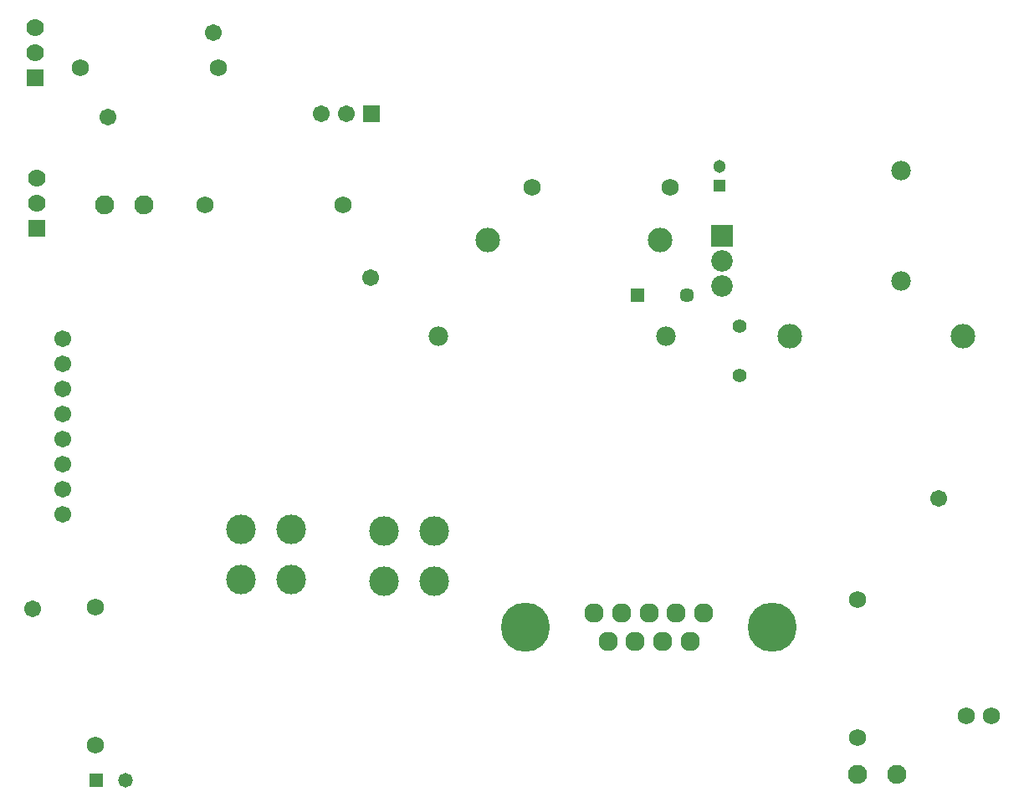
<source format=gbs>
G04*
G04 #@! TF.GenerationSoftware,Altium Limited,Altium Designer,21.6.4 (81)*
G04*
G04 Layer_Color=16711935*
%FSLAX25Y25*%
%MOIN*%
G70*
G04*
G04 #@! TF.SameCoordinates,4CA0FBB6-7D73-4BA8-9560-2460E3BCD6C6*
G04*
G04*
G04 #@! TF.FilePolarity,Negative*
G04*
G01*
G75*
%ADD26C,0.06700*%
%ADD27C,0.05800*%
%ADD28R,0.05800X0.05800*%
%ADD29R,0.06737X0.06737*%
%ADD30C,0.06737*%
%ADD31C,0.07599*%
%ADD32R,0.05131X0.05131*%
%ADD33C,0.05131*%
%ADD34C,0.09800*%
%ADD35C,0.06800*%
%ADD36C,0.05524*%
%ADD37R,0.07001X0.07001*%
%ADD38C,0.07001*%
%ADD39C,0.11800*%
%ADD40C,0.07709*%
%ADD41C,0.19580*%
%ADD42C,0.08595*%
%ADD43R,0.08595X0.08595*%
%ADD44C,0.07800*%
%ADD45R,0.05721X0.05721*%
%ADD46C,0.05721*%
%ADD47C,0.06706*%
D26*
X35500Y118500D02*
D03*
Y128500D02*
D03*
Y188500D02*
D03*
Y178500D02*
D03*
Y168500D02*
D03*
Y158500D02*
D03*
Y148500D02*
D03*
Y138500D02*
D03*
D27*
X60405Y12500D02*
D03*
D28*
X48594D02*
D03*
D29*
X158500Y278299D02*
D03*
D30*
X148500D02*
D03*
X138500D02*
D03*
D31*
X367874Y15000D02*
D03*
X352126D02*
D03*
X67874Y242000D02*
D03*
X52126D02*
D03*
D32*
X297000Y249500D02*
D03*
D33*
Y257374D02*
D03*
D34*
X325051Y189500D02*
D03*
X393949D02*
D03*
X273500Y228000D02*
D03*
X204602D02*
D03*
D35*
X405500Y38300D02*
D03*
X395500D02*
D03*
X48500Y26441D02*
D03*
Y81559D02*
D03*
X97559Y296500D02*
D03*
X42441D02*
D03*
X352000Y84559D02*
D03*
Y29441D02*
D03*
X277559Y249000D02*
D03*
X222441D02*
D03*
X147059Y242000D02*
D03*
X91941D02*
D03*
D36*
X305000Y193500D02*
D03*
Y173815D02*
D03*
D37*
X25000Y232500D02*
D03*
X24500Y292500D02*
D03*
D38*
X25000Y242500D02*
D03*
Y252500D02*
D03*
X24500Y302500D02*
D03*
Y312500D02*
D03*
D39*
X106500Y112500D02*
D03*
X126500D02*
D03*
X106500Y92500D02*
D03*
X126500D02*
D03*
X183500Y92000D02*
D03*
X163500D02*
D03*
X183500Y112000D02*
D03*
X163500D02*
D03*
D40*
X290764Y79181D02*
D03*
X279858D02*
D03*
X268953D02*
D03*
X258047D02*
D03*
X247142D02*
D03*
X285311Y68000D02*
D03*
X274406D02*
D03*
X263500D02*
D03*
X252594D02*
D03*
D41*
X219740Y73590D02*
D03*
X318165D02*
D03*
D42*
X298000Y209461D02*
D03*
Y219500D02*
D03*
D43*
Y229539D02*
D03*
D44*
X369500Y255547D02*
D03*
Y211453D02*
D03*
X275776Y189500D02*
D03*
X185224D02*
D03*
D45*
X264315Y206000D02*
D03*
D46*
X284000D02*
D03*
D47*
X95500Y310500D02*
D03*
X23500Y81000D02*
D03*
X53500Y277000D02*
D03*
X158000Y213000D02*
D03*
X384500Y125000D02*
D03*
M02*

</source>
